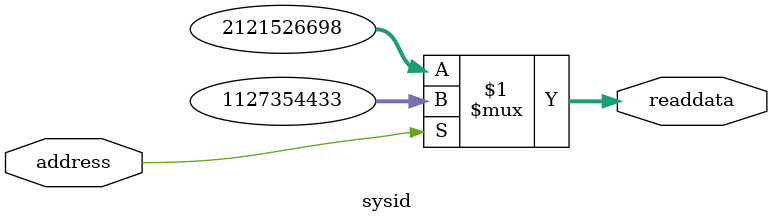
<source format=v>

`timescale 1ns / 100ps
// synthesis translate_on
module sysid (
               // inputs:
                address,

               // outputs:
                readdata
             );

  output  [ 31: 0] readdata;
  input            address;

  wire    [ 31: 0] readdata;
  //control_slave, which is an e_avalon_slave
  assign readdata = address ? 1127354433 : 2121526698;


endmodule


</source>
